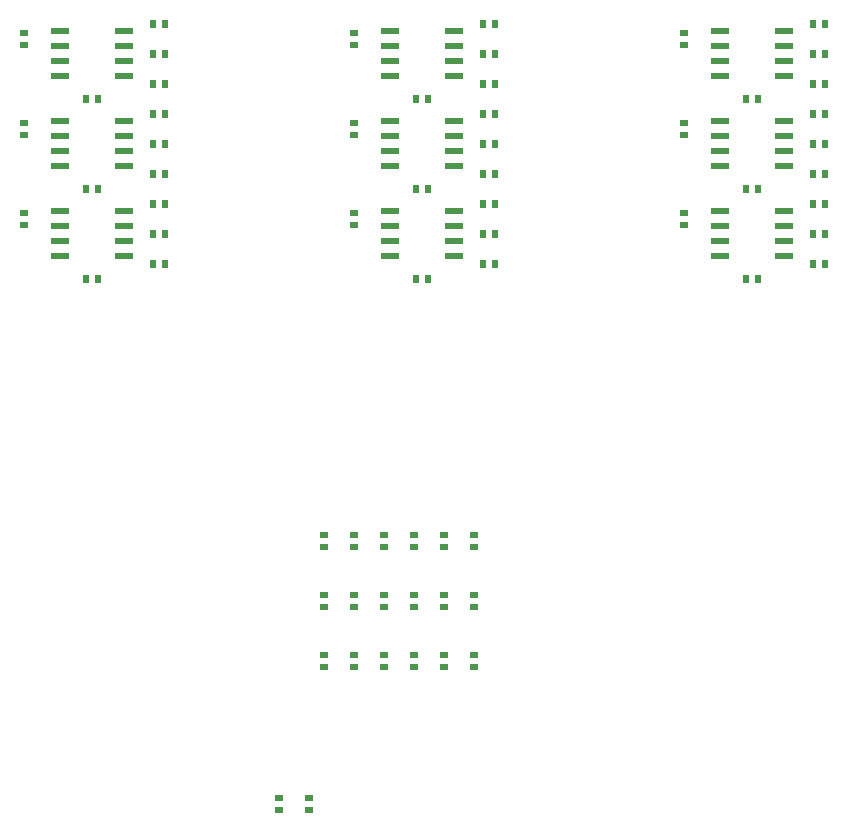
<source format=gbp>
%TF.GenerationSoftware,KiCad,Pcbnew,5.1.8-db9833491~87~ubuntu20.04.1*%
%TF.CreationDate,2020-11-19T10:17:09-05:00*%
%TF.ProjectId,y_arena_odor_controller,795f6172-656e-4615-9f6f-646f725f636f,1.3*%
%TF.SameCoordinates,Original*%
%TF.FileFunction,Paste,Bot*%
%TF.FilePolarity,Positive*%
%FSLAX46Y46*%
G04 Gerber Fmt 4.6, Leading zero omitted, Abs format (unit mm)*
G04 Created by KiCad (PCBNEW 5.1.8-db9833491~87~ubuntu20.04.1) date 2020-11-19 10:17:09*
%MOMM*%
%LPD*%
G01*
G04 APERTURE LIST*
%ADD10R,1.549400X0.599440*%
%ADD11R,0.700000X0.600000*%
%ADD12R,0.600000X0.700000*%
G04 APERTURE END LIST*
D10*
%TO.C,U1*%
X59537600Y-76200000D03*
X59537600Y-77470000D03*
X59537600Y-78740000D03*
X59537600Y-80010000D03*
X64922400Y-80010000D03*
X64922400Y-78740000D03*
X64922400Y-77470000D03*
X64922400Y-76200000D03*
%TD*%
%TO.C,U2*%
X59537600Y-68580000D03*
X59537600Y-69850000D03*
X59537600Y-71120000D03*
X59537600Y-72390000D03*
X64922400Y-72390000D03*
X64922400Y-71120000D03*
X64922400Y-69850000D03*
X64922400Y-68580000D03*
%TD*%
%TO.C,U3*%
X59537600Y-60960000D03*
X59537600Y-62230000D03*
X59537600Y-63500000D03*
X59537600Y-64770000D03*
X64922400Y-64770000D03*
X64922400Y-63500000D03*
X64922400Y-62230000D03*
X64922400Y-60960000D03*
%TD*%
%TO.C,U4*%
X87477600Y-76200000D03*
X87477600Y-77470000D03*
X87477600Y-78740000D03*
X87477600Y-80010000D03*
X92862400Y-80010000D03*
X92862400Y-78740000D03*
X92862400Y-77470000D03*
X92862400Y-76200000D03*
%TD*%
%TO.C,U5*%
X87477600Y-68580000D03*
X87477600Y-69850000D03*
X87477600Y-71120000D03*
X87477600Y-72390000D03*
X92862400Y-72390000D03*
X92862400Y-71120000D03*
X92862400Y-69850000D03*
X92862400Y-68580000D03*
%TD*%
%TO.C,U6*%
X87477600Y-60960000D03*
X87477600Y-62230000D03*
X87477600Y-63500000D03*
X87477600Y-64770000D03*
X92862400Y-64770000D03*
X92862400Y-63500000D03*
X92862400Y-62230000D03*
X92862400Y-60960000D03*
%TD*%
%TO.C,U7*%
X115417600Y-76200000D03*
X115417600Y-77470000D03*
X115417600Y-78740000D03*
X115417600Y-80010000D03*
X120802400Y-80010000D03*
X120802400Y-78740000D03*
X120802400Y-77470000D03*
X120802400Y-76200000D03*
%TD*%
%TO.C,U8*%
X115417600Y-68580000D03*
X115417600Y-69850000D03*
X115417600Y-71120000D03*
X115417600Y-72390000D03*
X120802400Y-72390000D03*
X120802400Y-71120000D03*
X120802400Y-69850000D03*
X120802400Y-68580000D03*
%TD*%
%TO.C,U9*%
X115417600Y-60960000D03*
X115417600Y-62230000D03*
X115417600Y-63500000D03*
X115417600Y-64770000D03*
X120802400Y-64770000D03*
X120802400Y-63500000D03*
X120802400Y-62230000D03*
X120802400Y-60960000D03*
%TD*%
D11*
%TO.C,D3*%
X81915000Y-114800000D03*
X81915000Y-113800000D03*
%TD*%
%TO.C,D4*%
X56515000Y-77335000D03*
X56515000Y-76335000D03*
%TD*%
%TO.C,D5*%
X81915000Y-109720000D03*
X81915000Y-108720000D03*
%TD*%
%TO.C,D6*%
X56515000Y-69715000D03*
X56515000Y-68715000D03*
%TD*%
%TO.C,D7*%
X81915000Y-104640000D03*
X81915000Y-103640000D03*
%TD*%
%TO.C,D8*%
X56515000Y-62095000D03*
X56515000Y-61095000D03*
%TD*%
%TO.C,D9*%
X86995000Y-114800000D03*
X86995000Y-113800000D03*
%TD*%
%TO.C,D10*%
X84455000Y-77335000D03*
X84455000Y-76335000D03*
%TD*%
%TO.C,D11*%
X86995000Y-109720000D03*
X86995000Y-108720000D03*
%TD*%
%TO.C,D12*%
X84455000Y-69715000D03*
X84455000Y-68715000D03*
%TD*%
%TO.C,D13*%
X86995000Y-104640000D03*
X86995000Y-103640000D03*
%TD*%
%TO.C,D14*%
X84455000Y-62095000D03*
X84455000Y-61095000D03*
%TD*%
%TO.C,D15*%
X92075000Y-114800000D03*
X92075000Y-113800000D03*
%TD*%
%TO.C,D16*%
X112395000Y-77335000D03*
X112395000Y-76335000D03*
%TD*%
%TO.C,D17*%
X92075000Y-109720000D03*
X92075000Y-108720000D03*
%TD*%
%TO.C,D18*%
X112395000Y-69715000D03*
X112395000Y-68715000D03*
%TD*%
%TO.C,D19*%
X92075000Y-104640000D03*
X92075000Y-103640000D03*
%TD*%
%TO.C,D20*%
X112395000Y-62095000D03*
X112395000Y-61095000D03*
%TD*%
D12*
%TO.C,C2*%
X62730000Y-81915000D03*
X61730000Y-81915000D03*
%TD*%
%TO.C,C4*%
X62730000Y-74295000D03*
X61730000Y-74295000D03*
%TD*%
%TO.C,C6*%
X62730000Y-66675000D03*
X61730000Y-66675000D03*
%TD*%
%TO.C,C8*%
X90670000Y-81915000D03*
X89670000Y-81915000D03*
%TD*%
%TO.C,C10*%
X90670000Y-74295000D03*
X89670000Y-74295000D03*
%TD*%
%TO.C,C12*%
X90670000Y-66675000D03*
X89670000Y-66675000D03*
%TD*%
%TO.C,C14*%
X118610000Y-81915000D03*
X117610000Y-81915000D03*
%TD*%
%TO.C,C16*%
X118610000Y-74295000D03*
X117610000Y-74295000D03*
%TD*%
%TO.C,C18*%
X118610000Y-66675000D03*
X117610000Y-66675000D03*
%TD*%
%TO.C,C3*%
X68445000Y-78105000D03*
X67445000Y-78105000D03*
%TD*%
%TO.C,C5*%
X68445000Y-70485000D03*
X67445000Y-70485000D03*
%TD*%
%TO.C,C7*%
X68445000Y-62865000D03*
X67445000Y-62865000D03*
%TD*%
%TO.C,C9*%
X96385000Y-78105000D03*
X95385000Y-78105000D03*
%TD*%
%TO.C,C11*%
X96385000Y-70485000D03*
X95385000Y-70485000D03*
%TD*%
%TO.C,C13*%
X96385000Y-62865000D03*
X95385000Y-62865000D03*
%TD*%
%TO.C,C15*%
X124325000Y-78105000D03*
X123325000Y-78105000D03*
%TD*%
%TO.C,C17*%
X124325000Y-70485000D03*
X123325000Y-70485000D03*
%TD*%
%TO.C,C19*%
X124325000Y-62865000D03*
X123325000Y-62865000D03*
%TD*%
%TO.C,R3*%
X68445000Y-75565000D03*
X67445000Y-75565000D03*
%TD*%
%TO.C,R4*%
X68445000Y-80645000D03*
X67445000Y-80645000D03*
%TD*%
%TO.C,R6*%
X68445000Y-67945000D03*
X67445000Y-67945000D03*
%TD*%
%TO.C,R7*%
X68445000Y-73025000D03*
X67445000Y-73025000D03*
%TD*%
%TO.C,R9*%
X68445000Y-60325000D03*
X67445000Y-60325000D03*
%TD*%
%TO.C,R10*%
X68445000Y-65405000D03*
X67445000Y-65405000D03*
%TD*%
%TO.C,R12*%
X96385000Y-75565000D03*
X95385000Y-75565000D03*
%TD*%
%TO.C,R13*%
X96385000Y-80645000D03*
X95385000Y-80645000D03*
%TD*%
%TO.C,R15*%
X96385000Y-67945000D03*
X95385000Y-67945000D03*
%TD*%
%TO.C,R16*%
X96385000Y-73025000D03*
X95385000Y-73025000D03*
%TD*%
%TO.C,R18*%
X96385000Y-60325000D03*
X95385000Y-60325000D03*
%TD*%
%TO.C,R19*%
X96385000Y-65405000D03*
X95385000Y-65405000D03*
%TD*%
%TO.C,R21*%
X124325000Y-75565000D03*
X123325000Y-75565000D03*
%TD*%
%TO.C,R22*%
X124325000Y-80645000D03*
X123325000Y-80645000D03*
%TD*%
%TO.C,R24*%
X124325000Y-67945000D03*
X123325000Y-67945000D03*
%TD*%
%TO.C,R25*%
X124325000Y-73025000D03*
X123325000Y-73025000D03*
%TD*%
%TO.C,R27*%
X124325000Y-60325000D03*
X123325000Y-60325000D03*
%TD*%
%TO.C,R28*%
X124325000Y-65405000D03*
X123325000Y-65405000D03*
%TD*%
D11*
%TO.C,R2*%
X84455000Y-114800000D03*
X84455000Y-113800000D03*
%TD*%
%TO.C,R5*%
X84455000Y-109720000D03*
X84455000Y-108720000D03*
%TD*%
%TO.C,R8*%
X84455000Y-104640000D03*
X84455000Y-103640000D03*
%TD*%
%TO.C,R11*%
X89535000Y-114800000D03*
X89535000Y-113800000D03*
%TD*%
%TO.C,R14*%
X89535000Y-109720000D03*
X89535000Y-108720000D03*
%TD*%
%TO.C,R17*%
X89535000Y-104640000D03*
X89535000Y-103640000D03*
%TD*%
%TO.C,R20*%
X94615000Y-114800000D03*
X94615000Y-113800000D03*
%TD*%
%TO.C,R23*%
X94615000Y-109720000D03*
X94615000Y-108720000D03*
%TD*%
%TO.C,R26*%
X94615000Y-104640000D03*
X94615000Y-103640000D03*
%TD*%
%TO.C,D2*%
X78105000Y-126865000D03*
X78105000Y-125865000D03*
%TD*%
%TO.C,R1*%
X80645000Y-126865000D03*
X80645000Y-125865000D03*
%TD*%
M02*

</source>
